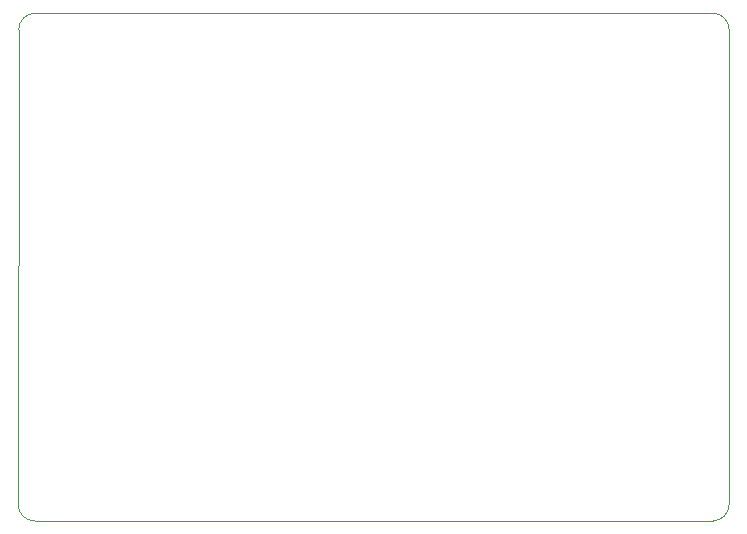
<source format=gm1>
G04 #@! TF.GenerationSoftware,KiCad,Pcbnew,9.0.2*
G04 #@! TF.CreationDate,2025-07-03T20:49:17-05:00*
G04 #@! TF.ProjectId,pathfinder,70617468-6669-46e6-9465-722e6b696361,rev?*
G04 #@! TF.SameCoordinates,Original*
G04 #@! TF.FileFunction,Profile,NP*
%FSLAX46Y46*%
G04 Gerber Fmt 4.6, Leading zero omitted, Abs format (unit mm)*
G04 Created by KiCad (PCBNEW 9.0.2) date 2025-07-03 20:49:17*
%MOMM*%
%LPD*%
G01*
G04 APERTURE LIST*
G04 #@! TA.AperFunction,Profile*
%ADD10C,0.050000*%
G04 #@! TD*
G04 APERTURE END LIST*
D10*
X87250000Y-73000000D02*
X144600000Y-73000000D01*
X146000000Y-114600000D02*
G75*
G02*
X144600000Y-116000000I-1400000J0D01*
G01*
X85850000Y-74400000D02*
X85800000Y-114600000D01*
X87200000Y-116000000D02*
G75*
G02*
X85800000Y-114600000I0J1400000D01*
G01*
X144600000Y-73000000D02*
G75*
G02*
X146000000Y-74400000I0J-1400000D01*
G01*
X146000000Y-74400000D02*
X146000000Y-114600000D01*
X85850000Y-74400000D02*
G75*
G02*
X87250000Y-73000000I1400000J0D01*
G01*
X144600000Y-116000000D02*
X87200000Y-116000000D01*
M02*

</source>
